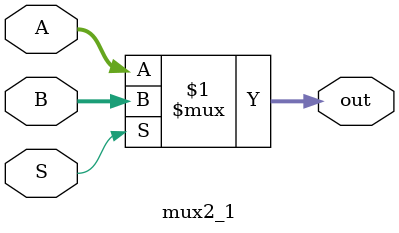
<source format=v>
module mux2_1 (input [15:0] A, input [15:0]B , input S , output [15:0] out);

assign out = S ? B : A;

endmodule 

</source>
